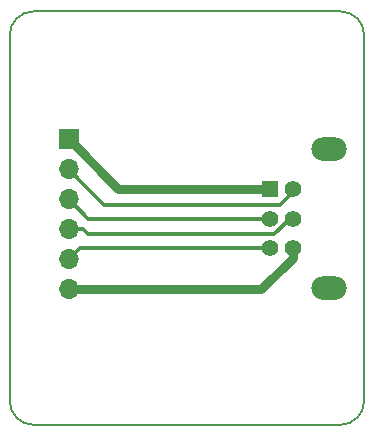
<source format=gbr>
G04 #@! TF.GenerationSoftware,KiCad,Pcbnew,5.1.6-c6e7f7d~86~ubuntu20.04.1*
G04 #@! TF.CreationDate,2020-05-17T16:04:05+03:00*
G04 #@! TF.ProjectId,GB-BRK-LINK-A,47422d42-524b-42d4-9c49-4e4b2d412e6b,v1.0*
G04 #@! TF.SameCoordinates,Original*
G04 #@! TF.FileFunction,Copper,L1,Top*
G04 #@! TF.FilePolarity,Positive*
%FSLAX46Y46*%
G04 Gerber Fmt 4.6, Leading zero omitted, Abs format (unit mm)*
G04 Created by KiCad (PCBNEW 5.1.6-c6e7f7d~86~ubuntu20.04.1) date 2020-05-17 16:04:05*
%MOMM*%
%LPD*%
G01*
G04 APERTURE LIST*
G04 #@! TA.AperFunction,Profile*
%ADD10C,0.150000*%
G04 #@! TD*
G04 #@! TA.AperFunction,ComponentPad*
%ADD11R,1.700000X1.700000*%
G04 #@! TD*
G04 #@! TA.AperFunction,ComponentPad*
%ADD12O,1.700000X1.700000*%
G04 #@! TD*
G04 #@! TA.AperFunction,ComponentPad*
%ADD13O,3.000000X2.000000*%
G04 #@! TD*
G04 #@! TA.AperFunction,ComponentPad*
%ADD14R,1.400000X1.400000*%
G04 #@! TD*
G04 #@! TA.AperFunction,ComponentPad*
%ADD15C,1.400000*%
G04 #@! TD*
G04 #@! TA.AperFunction,Conductor*
%ADD16C,0.800000*%
G04 #@! TD*
G04 #@! TA.AperFunction,Conductor*
%ADD17C,0.300000*%
G04 #@! TD*
G04 APERTURE END LIST*
D10*
X52000000Y-85000000D02*
G75*
G02*
X50000000Y-83000000I0J2000000D01*
G01*
X80000000Y-83000000D02*
G75*
G02*
X78000000Y-85000000I-2000000J0D01*
G01*
X78000000Y-50000000D02*
G75*
G02*
X80000000Y-52000000I0J-2000000D01*
G01*
X50000000Y-52000000D02*
G75*
G02*
X52000000Y-50000000I2000000J0D01*
G01*
X52000000Y-85000000D02*
X78000000Y-85000000D01*
X80000000Y-52000000D02*
X80000000Y-83000000D01*
X52000000Y-50000000D02*
X78000000Y-50000000D01*
X50000000Y-52000000D02*
X50000000Y-83000000D01*
D11*
X55000000Y-60850000D03*
D12*
X55000000Y-63390000D03*
X55000000Y-65930000D03*
X55000000Y-68470000D03*
X55000000Y-71010000D03*
X55000000Y-73550000D03*
D13*
X77000000Y-61650000D03*
X77000000Y-73450000D03*
D14*
X72000000Y-65050000D03*
D15*
X74000000Y-65050000D03*
X72000000Y-67550000D03*
X74000000Y-67550000D03*
X72000000Y-70050000D03*
X74000000Y-70050000D03*
D16*
X59200000Y-65050000D02*
X55000000Y-60850000D01*
X72000000Y-65050000D02*
X59200000Y-65050000D01*
D17*
X58010000Y-66400000D02*
X55849999Y-64239999D01*
X72860002Y-66400000D02*
X58010000Y-66400000D01*
X74000000Y-65050000D02*
X74000000Y-65260002D01*
X55849999Y-64239999D02*
X55000000Y-63390000D01*
X74000000Y-65260002D02*
X72860002Y-66400000D01*
X56620000Y-67550000D02*
X55000000Y-65930000D01*
X72000000Y-67550000D02*
X56620000Y-67550000D01*
X56202081Y-68470000D02*
X55000000Y-68470000D01*
X56582081Y-68850000D02*
X56202081Y-68470000D01*
X72402002Y-68850000D02*
X56582081Y-68850000D01*
X74000000Y-67550000D02*
X73702002Y-67550000D01*
X73702002Y-67550000D02*
X72402002Y-68850000D01*
X55960000Y-70050000D02*
X55000000Y-71010000D01*
X72000000Y-70050000D02*
X55960000Y-70050000D01*
D16*
X71300000Y-73550000D02*
X55000000Y-73550000D01*
X74000000Y-70050000D02*
X74000000Y-70850000D01*
X74000000Y-70850000D02*
X71300000Y-73550000D01*
M02*

</source>
